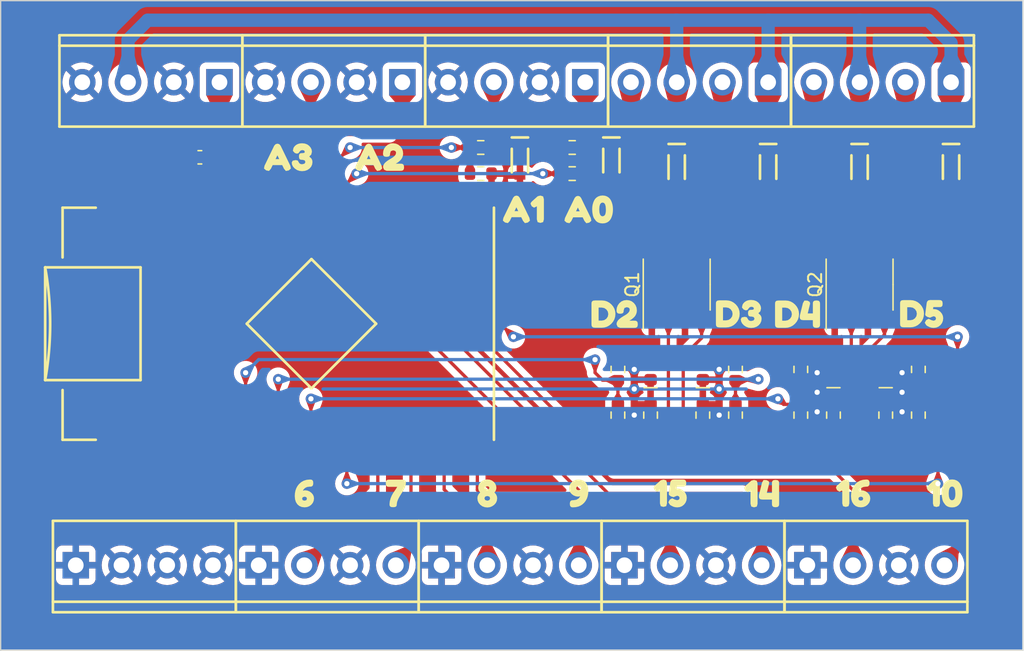
<source format=kicad_pcb>
(kicad_pcb (version 20221018) (generator pcbnew)
  (layers (0 "F.Cu" signal) (31 "B.Cu" signal) (34 "B.Paste" user) (35 "F.Paste" user) (36 "B.SilkS" user "B.Silkscreen") (37 "F.SilkS" user "F.Silkscreen") (38 "B.Mask" user) (39 "F.Mask" user) (44 "Edge.Cuts" user))
  (net 0 "")
  (net 1 "Net-(D5-A)")
  (net 2 "5V")
  (net 3 "GND")
  (net 8 "Net-(Q1A-G)")
  (net 9 "Net-(Q1B-G)")
  (net 10 "Net-(Q2A-G)")
  (net 11 "Net-(Q2B-G)")
  (net 12 "Net-(D8-A)")
  (net 13 "Net-(D9-A)")
  (net 14 "Net-(D10-A)")
  (net 15 "FET2B")
  (net 16 "FET3B")
  (net 17 "FET4B")
  (net 18 "FET5B")
  (net 19 "A0IN")
  (net 20 "A1IN")
  (net 21 "D7")
  (net 22 "D6")
  (net 23 "D9")
  (net 24 "D8")
  (net 25 "D16")
  (net 26 "D10")
  (net 27 "A2")
  (net 28 "A3")
  (net 29 "D14")
  (net 30 "D15")
  (net 31 "D2")
  (net 32 "A0")
  (net 33 "D3")
  (net 34 "D4")
  (net 35 "D5")
  (net 36 "A1")
  (net 37 "12V")
  (footprint "kibuzzard-65A2DFDA" (layer "F.Cu") (at 139 115)
    (fp_text reference "kibuzzard-65A2DFDA" hide)
    (fp_text value "G***" hide)
  )
  (footprint "SparkFun-Board:P" (layer "F.Cu") (at 95 102 90)
    (fp_text reference "U1")
    (fp_text value "~")
    (pad "1" smd roundrect (at -8.89 -12.7 90) (size 2.54 1.27) (layers "F.Cu" "F.Paste" "F.Mask") (roundrect_rratio 0.5))
    (pad "2" smd roundrect (at -8.89 -10.16 90) (size 2.54 1.27) (layers "F.Cu" "F.Paste" "F.Mask") (roundrect_rratio 0.5))
    (pad "3" smd roundrect (at -8.89 -7.62 90) (size 2.54 1.27) (layers "F.Cu" "F.Paste" "F.Mask") (roundrect_rratio 0.5) (net 3 "GND"))
    (pad "4" smd roundrect (at -8.89 -5.08 90) (size 2.54 1.27) (layers "F.Cu" "F.Paste" "F.Mask") (roundrect_rratio 0.5) (net 3 "GND"))
    (pad "5" smd roundrect (at -8.89 -2.54 90) (size 2.54 1.27) (layers "F.Cu" "F.Paste" "F.Mask") (roundrect_rratio 0.5) (net 31 "D2"))
    (pad "6" smd roundrect (at -8.89 0 90) (size 2.54 1.27) (layers "F.Cu" "F.Paste" "F.Mask") (roundrect_rratio 0.5) (net 33 "D3"))
    (pad "7" smd roundrect (at -8.89 2.54 90) (size 2.54 1.27) (layers "F.Cu" "F.Paste" "F.Mask") (roundrect_rratio 0.5) (net 34 "D4"))
    (pad "8" smd roundrect (at -8.89 5.08 90) (size 2.54 1.27) (layers "F.Cu" "F.Paste" "F.Mask") (roundrect_rratio 0.5) (net 35 "D5"))
    (pad "9" smd roundrect (at -8.89 7.62 90) (size 2.54 1.27) (layers "F.Cu" "F.Paste" "F.Mask") (roundrect_rratio 0.5) (net 22 "D6"))
    (pad "10" smd roundrect (at -8.89 10.16 90) (size 2.54 1.27) (layers "F.Cu" "F.Paste" "F.Mask") (roundrect_rratio 0.5) (net 21 "D7"))
    (pad "11" smd roundrect (at -8.89 12.7 90) (size 2.54 1.27) (layers "F.Cu" "F.Paste" "F.Mask") (roundrect_rratio 0.5) (net 24 "D8"))
    (pad "12" smd roundrect (at -8.89 15.24 90) (size 2.54 1.27) (layers "F.Cu" "F.Paste" "F.Mask") (roundrect_rratio 0.5) (net 23 "D9"))
    (pad "13" smd roundrect (at 8.89 15.24 90) (size 2.54 1.27) (layers "F.Cu" "F.Paste" "F.Mask") (roundrect_rratio 0.5) (net 26 "D10"))
    (pad "14" smd roundrect (at 8.89 12.7 90) (size 2.54 1.27) (layers "F.Cu" "F.Paste" "F.Mask") (roundrect_rratio 0.5) (net 25 "D16"))
    (pad "15" smd roundrect (at 8.89 10.16 90) (size 2.54 1.27) (layers "F.Cu" "F.Paste" "F.Mask") (roundrect_rratio 0.5) (net 29 "D14"))
    (pad "16" smd roundrect (at 8.89 7.62 90) (size 2.54 1.27) (layers "F.Cu" "F.Paste" "F.Mask") (roundrect_rratio 0.5) (net 30 "D15"))
    (pad "17" smd roundrect (at 8.89 5.08 90) (size 2.54 1.27) (layers "F.Cu" "F.Paste" "F.Mask") (roundrect_rratio 0.5) (net 32 "A0"))
    (pad "18" smd roundrect (at 8.89 2.54 90) (size 2.54 1.27) (layers "F.Cu" "F.Paste" "F.Mask") (roundrect_rratio 0.5) (net 36 "A1"))
    (pad "19" smd roundrect (at 8.89 0 90) (size 2.54 1.27) (layers "F.Cu" "F.Paste" "F.Mask") (roundrect_rratio 0.5) (net 27 "A2"))
    (pad "20" smd roundrect (at 8.89 -2.54 90) (size 2.54 1.27) (layers "F.Cu" "F.Paste" "F.Mask") (roundrect_rratio 0.5) (net 28 "A3"))
    (pad "21" smd roundrect (at 8.89 -5.08 90) (size 2.54 1.27) (layers "F.Cu" "F.Paste" "F.Mask") (roundrect_rratio 0.5) (net 2 "5V"))
    (pad "22" smd roundrect (at 8.89 -7.62 90) (size 2.54 1.27) (layers "F.Cu" "F.Paste" "F.Mask") (roundrect_rratio 0.5))
    (pad "23" smd roundrect (at 8.89 -10.16 90) (size 2.54 1.27) (layers "F.Cu" "F.Paste" "F.Mask") (roundrect_rratio 0.5) (net 3 "GND"))
    (pad "24" smd roundrect (at 8.89 -12.7 90) (size 2.54 1.27) (layers "F.Cu" "F.Paste" "F.Mask") (roundrect_rratio 0.5))
  )
  (footprint "SparkFun-Resistor:R_0603_1608Metric" (layer "F.Cu") (at 121 109 -90)
    (fp_text reference "R1")
    (fp_text value "10k")
    (pad "1" smd roundrect (at -0.825 0 270) (size 0.8 0.95) (layers "F.Cu" "F.Paste" "F.Mask") (net 31 "D2"))
    (pad "2" smd roundrect (at 0.825 0 270) (size 0.8 0.95) (layers "F.Cu" "F.Paste" "F.Mask") (net 8 "Net-(Q1A-G)"))
  )
  (footprint "SparkFun-Resistor:R_0603_1608Metric" (layer "F.Cu") (at 135 109 -90)
    (fp_text reference "R6")
    (fp_text value "10k")
    (pad "1" smd roundrect (at -0.825 0 270) (size 0.8 0.95) (layers "F.Cu" "F.Paste" "F.Mask") (net 34 "D4"))
    (pad "2" smd roundrect (at 0.825 0 270) (size 0.8 0.95) (layers "F.Cu" "F.Paste" "F.Mask") (net 10 "Net-(Q2A-G)"))
  )
  (footprint "kibuzzard-65A2DF9C" (layer "F.Cu") (at 97 115)
    (fp_text reference "kibuzzard-65A2DF9C" hide)
    (fp_text value "G***" hide)
  )
  (footprint "SparkFun-Connector:SCREWTERMINAL-3.5MM-4" (layer "F.Cu") (at 146.5 83.5 180)
    (fp_text reference "J3")
    (fp_text value "Screw_Terminal_3.5mm_4")
    (pad "1" thru_hole rect (at 0 0 180) (size 2.032 2.032) (drill 1.2) (layers "*.Cu" "*.Mask") (net 37 "12V"))
    (pad "2" thru_hole circle (at 3.5 0 180) (size 2.032 2.032) (drill 1.2) (layers "*.Cu" "*.Mask") (net 18 "FET5B"))
    (pad "3" thru_hole circle (at 7 0 180) (size 2.032 2.032) (drill 1.2) (layers "*.Cu" "*.Mask") (net 37 "12V"))
    (pad "4" thru_hole circle (at 10.5 0 180) (size 2.032 2.032) (drill 1.2) (layers "*.Cu" "*.Mask") (net 17 "FET4B"))
  )
  (footprint "kibuzzard-65A2DF03" (layer "F.Cu") (at 134.75 101.25)
    (fp_text reference "kibuzzard-65A2DF03" hide)
    (fp_text value "G***" hide)
  )
  (footprint "SparkFun-Connector:SCREWTERMINAL-3.5MM-4" (layer "F.Cu") (at 107.5 120.5)
    (fp_text reference "J7")
    (fp_text value "Screw_Terminal_3.5mm_4")
    (pad "1" thru_hole rect (at 0 0) (size 2.032 2.032) (drill 1.2) (layers "*.Cu" "*.Mask") (net 3 "GND"))
    (pad "2" thru_hole circle (at 3.5 0) (size 2.032 2.032) (drill 1.2) (layers "*.Cu" "*.Mask") (net 24 "D8"))
    (pad "3" thru_hole circle (at 7 0) (size 2.032 2.032) (drill 1.2) (layers "*.Cu" "*.Mask") (net 3 "GND"))
    (pad "4" thru_hole circle (at 10.5 0) (size 2.032 2.032) (drill 1.2) (layers "*.Cu" "*.Mask") (net 23 "D9"))
  )
  (footprint "Package_SO:SOIC-8_3.9x4.9mm_P1.27mm" (layer "F.Cu") (at 139.5 99 90)
    (fp_text reference "Q2" (at 0 -3.4 90) (layer "F.SilkS"))
    (fp_text value "Si4532DY")
    (pad "1" smd roundrect (at -2.475 -1.905 90) (size 1.95 0.6) (layers "F.Cu" "F.Paste" "F.Mask") (net 3 "GND"))
    (pad "2" smd roundrect (at -2.475 -0.635 90) (size 1.95 0.6) (layers "F.Cu" "F.Paste" "F.Mask") (net 10 "Net-(Q2A-G)"))
    (pad "3" smd roundrect (at -2.475 0.635 90) (size 1.95 0.6) (layers "F.Cu" "F.Paste" "F.Mask") (net 3 "GND"))
    (pad "4" smd roundrect (at -2.475 1.905 90) (size 1.95 0.6) (layers "F.Cu" "F.Paste" "F.Mask") (net 11 "Net-(Q2B-G)"))
    (pad "5" smd roundrect (at 2.475 1.905 90) (size 1.95 0.6) (layers "F.Cu" "F.Paste" "F.Mask") (net 18 "FET5B"))
    (pad "6" smd roundrect (at 2.475 0.635 90) (size 1.95 0.6) (layers "F.Cu" "F.Paste" "F.Mask") (net 18 "FET5B"))
    (pad "7" smd roundrect (at 2.475 -0.635 90) (size 1.95 0.6) (layers "F.Cu" "F.Paste" "F.Mask") (net 17 "FET4B"))
    (pad "8" smd roundrect (at 2.475 -1.905 90) (size 1.95 0.6) (layers "F.Cu" "F.Paste" "F.Mask") (net 17 "FET4B"))
  )
  (footprint "SparkFun-Connector:SCREWTERMINAL-3.5MM-4" (layer "F.Cu") (at 132.5 83.5 180)
    (fp_text reference "J2")
    (fp_text value "Screw_Terminal_3.5mm_4")
    (pad "1" thru_hole rect (at 0 0 180) (size 2.032 2.032) (drill 1.2) (layers "*.Cu" "*.Mask") (net 37 "12V"))
    (pad "2" thru_hole circle (at 3.5 0 180) (size 2.032 2.032) (drill 1.2) (layers "*.Cu" "*.Mask") (net 16 "FET3B"))
    (pad "3" thru_hole circle (at 7 0 180) (size 2.032 2.032) (drill 1.2) (layers "*.Cu" "*.Mask") (net 37 "12V"))
    (pad "4" thru_hole circle (at 10.5 0 180) (size 2.032 2.032) (drill 1.2) (layers "*.Cu" "*.Mask") (net 15 "FET2B"))
  )
  (footprint "SparkFun-Resistor:R_0603_1608Metric" (layer "F.Cu") (at 141.5 109 90)
    (fp_text reference "R9")
    (fp_text value "1M")
    (pad "1" smd roundrect (at -0.825 0 90) (size 0.8 0.95) (layers "F.Cu" "F.Paste" "F.Mask") (net 11 "Net-(Q2B-G)"))
    (pad "2" smd roundrect (at 0.825 0 90) (size 0.8 0.95) (layers "F.Cu" "F.Paste" "F.Mask") (net 3 "GND"))
  )
  (footprint "SparkFun-LED:LED_0603_1608Metric" (layer "F.Cu") (at 123.5 105.5 90)
    (fp_text reference "D10")
    (fp_text value "Red")
    (pad "1" smd roundrect (at -0.7875 0 90) (size 0.875 0.95) (layers "F.Cu" "F.Paste" "F.Mask") (net 3 "GND"))
    (pad "2" smd roundrect (at 0.7875 0 90) (size 0.875 0.95) (layers "F.Cu" "F.Paste" "F.Mask") (net 14 "Net-(D10-A)"))
  )
  (footprint "SparkFun-Capacitor:C_0603_1608Metric" (layer "F.Cu") (at 89 89.25 180)
    (fp_text reference "C1")
    (fp_text value "0.1uF")
    (pad "1" smd roundrect (at -0.775 0 180) (size 0.9 0.95) (layers "F.Cu" "F.Paste" "F.Mask") (net 2 "5V"))
    (pad "2" smd roundrect (at 0.775 0 180) (size 0.9 0.95) (layers "F.Cu" "F.Paste" "F.Mask") (net 3 "GND"))
  )
  (footprint "SparkFun-Connector:SCREWTERMINAL-3.5MM-4" (layer "F.Cu") (at 104.5 83.5 180)
    (fp_text reference "J9")
    (fp_text value "Screw_Terminal_3.5mm_4")
    (pad "1" thru_hole rect (at 0 0 180) (size 2.032 2.032) (drill 1.2) (layers "*.Cu" "*.Mask") (net 27 "A2"))
    (pad "2" thru_hole circle (at 3.5 0 180) (size 2.032 2.032) (drill 1.2) (layers "*.Cu" "*.Mask") (net 3 "GND"))
    (pad "3" thru_hole circle (at 7 0 180) (size 2.032 2.032) (drill 1.2) (layers "*.Cu" "*.Mask") (net 28 "A3"))
    (pad "4" thru_hole circle (at 10.5 0 180) (size 2.032 2.032) (drill 1.2) (layers "*.Cu" "*.Mask") (net 3 "GND"))
  )
  (footprint "SparkFun-Resistor:R_0603_1608Metric" (layer "F.Cu") (at 137.5 109 90)
    (fp_text reference "R7")
    (fp_text value "1M")
    (pad "1" smd roundrect (at -0.825 0 90) (size 0.8 0.95) (layers "F.Cu" "F.Paste" "F.Mask") (net 10 "Net-(Q2A-G)"))
    (pad "2" smd roundrect (at 0.825 0 90) (size 0.8 0.95) (layers "F.Cu" "F.Paste" "F.Mask") (net 3 "GND"))
  )
  (footprint "SparkFun-Semiconductor-Standard:SOD-323" (layer "F.Cu") (at 146.5 90 -90)
    (fp_text reference "D4")
    (fp_text value "~")
    (pad "A" smd rect (at 1.15 0 270) (size 0.63 0.83) (layers "F.Cu" "F.Paste" "F.Mask") (net 18 "FET5B"))
    (pad "C" smd rect (at -1.15 0 270) (size 0.63 0.83) (layers "F.Cu" "F.Paste" "F.Mask") (net 37 "12V"))
  )
  (footprint "SparkFun-Connector:SCREWTERMINAL-3.5MM-4" (layer "F.Cu") (at 118.5 83.5 180)
    (fp_text reference "J4")
    (fp_text value "Screw_Terminal_3.5mm_4")
    (pad "1" thru_hole rect (at 0 0 180) (size 2.032 2.032) (drill 1.2) (layers "*.Cu" "*.Mask") (net 19 "A0IN"))
    (pad "2" thru_hole circle (at 3.5 0 180) (size 2.032 2.032) (drill 1.2) (layers "*.Cu" "*.Mask") (net 3 "GND"))
    (pad "3" thru_hole circle (at 7 0 180) (size 2.032 2.032) (drill 1.2) (layers "*.Cu" "*.Mask") (net 20 "A1IN"))
    (pad "4" thru_hole circle (at 10.5 0 180) (size 2.032 2.032) (drill 1.2) (layers "*.Cu" "*.Mask") (net 3 "GND"))
  )
  (footprint "SparkFun-Resistor:R_0603_1608Metric" (layer "F.Cu") (at 117.5 88.5 180)
    (fp_text reference "R2")
    (fp_text value "10k")
    (pad "1" smd roundrect (at -0.825 0 180) (size 0.8 0.95) (layers "F.Cu" "F.Paste" "F.Mask") (net 19 "A0IN"))
    (pad "2" smd roundrect (at 0.825 0 180) (size 0.8 0.95) (layers "F.Cu" "F.Paste" "F.Mask") (net 32 "A0"))
  )
  (footprint "kibuzzard-65A2DFE3" (layer "F.Cu") (at 146 115)
    (fp_text reference "kibuzzard-65A2DFE3" hide)
    (fp_text value "G***" hide)
  )
  (footprint "SparkFun-Connector:SCREWTERMINAL-3.5MM-4" (layer "F.Cu") (at 79.5 120.5)
    (fp_text reference "J5")
    (fp_text value "Screw_Terminal_3.5mm_4")
    (pad "1" thru_hole rect (at 0 0) (size 2.032 2.032) (drill 1.2) (layers "*.Cu" "*.Mask") (net 3 "GND"))
    (pad "2" thru_hole circle (at 3.5 0) (size 2.032 2.032) (drill 1.2) (layers "*.Cu" "*.Mask") (net 3 "GND"))
    (pad "3" thru_hole circle (at 7 0) (size 2.032 2.032) (drill 1.2) (layers "*.Cu" "*.Mask") (net 3 "GND"))
    (pad "4" thru_hole circle (at 10.5 0) (size 2.032 2.032) (drill 1.2) (layers "*.Cu" "*.Mask") (net 3 "GND"))
  )
  (footprint "SparkFun-LED:LED_0603_1608Metric" (layer "F.Cu") (at 141.5 105.5 90)
    (fp_text reference "D8")
    (fp_text value "Red")
    (pad "1" smd roundrect (at -0.7875 0 90) (size 0.875 0.95) (layers "F.Cu" "F.Paste" "F.Mask") (net 3 "GND"))
    (pad "2" smd roundrect (at 0.7875 0 90) (size 0.875 0.95) (layers "F.Cu" "F.Paste" "F.Mask") (net 12 "Net-(D8-A)"))
  )
  (footprint "kibuzzard-65A2DFD0" (layer "F.Cu") (at 132 115)
    (fp_text reference "kibuzzard-65A2DFD0" hide)
    (fp_text value "G***" hide)
  )
  (footprint "SparkFun-Resistor:R_0603_1608Metric" (layer "F.Cu") (at 121 105.5 -90)
    (fp_text reference "R16")
    (fp_text value "10k")
    (pad "1" smd roundrect (at -0.825 0 270) (size 0.8 0.95) (layers "F.Cu" "F.Paste" "F.Mask") (net 14 "Net-(D10-A)"))
    (pad "2" smd roundrect (at 0.825 0 270) (size 0.8 0.95) (layers "F.Cu" "F.Paste" "F.Mask") (net 31 "D2"))
  )
  (footprint "SparkFun-Connector:SCREWTERMINAL-3.5MM-4" (layer "F.Cu") (at 90.5 83.5 180)
    (fp_text reference "J1")
    (fp_text value "Screw_Terminal_3.5mm_4")
    (pad "1" thru_hole rect (at 0 0 180) (size 2.032 2.032) (drill 1.2) (layers "*.Cu" "*.Mask") (net 2 "5V"))
    (pad "2" thru_hole circle (at 3.5 0 180) (size 2.032 2.032) (drill 1.2) (layers "*.Cu" "*.Mask") (net 3 "GND"))
    (pad "3" thru_hole circle (at 7 0 180) (size 2.032 2.032) (drill 1.2) (layers "*.Cu" "*.Mask") (net 37 "12V"))
    (pad "4" thru_hole circle (at 10.5 0 180) (size 2.032 2.032) (drill 1.2) (layers "*.Cu" "*.Mask") (net 3 "GND"))
  )
  (footprint "SparkFun-Resistor:R_0603_1608Metric" (layer "F.Cu") (at 110.5 88.5)
    (fp_text reference "R11")
    (fp_text value "10k")
    (pad "1" smd roundrect (at -0.825 0) (size 0.8 0.95) (layers "F.Cu" "F.Paste" "F.Mask") (net 36 "A1"))
    (pad "2" smd roundrect (at 0.825 0) (size 0.8 0.95) (layers "F.Cu" "F.Paste" "F.Mask") (net 20 "A1IN"))
  )
  (footprint "SparkFun-Semiconductor-Standard:SOD-323" (layer "F.Cu") (at 125.5 90 -90)
    (fp_text reference "D1")
    (fp_text value "~")
    (pad "A" smd rect (at 1.15 0 270) (size 0.63 0.83) (layers "F.Cu" "F.Paste" "F.Mask") (net 15 "FET2B"))
    (pad "C" smd rect (at -1.15 0 270) (size 0.63 0.83) (layers "F.Cu" "F.Paste" "F.Mask") (net 37 "12V"))
  )
  (footprint "SparkFun-Resistor:R_0603_1608Metric" (layer "F.Cu") (at 135 105.5 -90)
    (fp_text reference "R15")
    (fp_text value "10k")
    (pad "1" smd roundrect (at -0.825 0 270) (size 0.8 0.95) (layers "F.Cu" "F.Paste" "F.Mask") (net 13 "Net-(D9-A)"))
    (pad "2" smd roundrect (at 0.825 0 270) (size 0.8 0.95) (layers "F.Cu" "F.Paste" "F.Mask") (net 34 "D4"))
  )
  (footprint "kibuzzard-65A2DF5D" (layer "F.Cu") (at 118.75 93.25)
    (fp_text reference "kibuzzard-65A2DF5D" hide)
    (fp_text value "G***" hide)
  )
  (footprint "kibuzzard-65A2DEE2" (layer "F.Cu") (at 120.75 101.25)
    (fp_text reference "kibuzzard-65A2DEE2" hide)
    (fp_text value "G***" hide)
  )
  (footprint "kibuzzard-65A2DF0B" (layer "F.Cu") (at 144.25 101.25)
    (fp_text reference "kibuzzard-65A2DF0B" hide)
    (fp_text value "G***" hide)
  )
  (footprint "SparkFun-Resistor:R_0603_1608Metric" (layer "F.Cu") (at 117.5 90.5 180)
    (fp_text reference "R10")
    (fp_text value "10k")
    (pad "1" smd roundrect (at -0.825 0 180) (size 0.8 0.95) (layers "F.Cu" "F.Paste" "F.Mask") (net 3 "GND"))
    (pad "2" smd roundrect (at 0.825 0 180) (size 0.8 0.95) (layers "F.Cu" "F.Paste" "F.Mask") (net 32 "A0"))
  )
  (footprint "SparkFun-Connector:SCREWTERMINAL-3.5MM-4" (layer "F.Cu") (at 121.5 120.5)
    (fp_text reference "J10")
    (fp_text value "Screw_Terminal_3.5mm_4")
    (pad "1" thru_hole rect (at 0 0) (size 2.032 2.032) (drill 1.2) (layers "*.Cu" "*.Mask") (net 3 "GND"))
    (pad "2" thru_hole circle (at 3.5 0) (size 2.032 2.032) (drill 1.2) (layers "*.Cu" "*.Mask") (net 30 "D15"))
    (pad "3" thru_hole circle (at 7 0) (size 2.032 2.032) (drill 1.2) (layers "*.Cu" "*.Mask") (net 3 "GND"))
    (pad "4" thru_hole circle (at 10.5 0) (size 2.032 2.032) (drill 1.2) (layers "*.Cu" "*.Mask") (net 29 "D14"))
  )
  (footprint "kibuzzard-65A2DFAB" (layer "F.Cu") (at 104 115)
    (fp_text reference "kibuzzard-65A2DFAB" hide)
    (fp_text value "G***" hide)
  )
  (footprint "SparkFun-Resistor:R_0603_1608Metric" (layer "F.Cu") (at 144 109 -90)
    (fp_text reference "R8")
    (fp_text value "10k")
    (pad "1" smd roundrect (at -0.825 0 270) (size 0.8 0.95) (layers "F.Cu" "F.Paste" "F.Mask") (net 35 "D5"))
    (pad "2" smd roundrect (at 0.825 0 270) (size 0.8 0.95) (layers "F.Cu" "F.Paste" "F.Mask") (net 11 "Net-(Q2B-G)"))
  )
  (footprint "SparkFun-Resistor:R_0603_1608Metric" (layer "F.Cu") (at 110.5 90.5 180)
    (fp_text reference "R12")
    (fp_text value "10k")
    (pad "1" smd roundrect (at -0.825 0 180) (size 0.8 0.95) (layers "F.Cu" "F.Paste" "F.Mask") (net 3 "GND"))
    (pad "2" smd roundrect (at 0.825 0 180) (size 0.8 0.95) (layers "F.Cu" "F.Paste" "F.Mask") (net 36 "A1"))
  )
  (footprint "kibuzzard-65A2DFB3" (layer "F.Cu") (at 111 115)
    (fp_text reference "kibuzzard-65A2DFB3" hide)
    (fp_text value "G***" hide)
  )
  (footprint "SparkFun-Semiconductor-Standard:SOD-323" (layer "F.Cu") (at 113.5 89.5 -90)
    (fp_text reference "D7")
    (fp_text value "3A")
    (pad "A" smd rect (at 1.15 0 270) (size 0.63 0.83) (layers "F.Cu" "F.Paste" "F.Mask") (net 3 "GND"))
    (pad "C" smd rect (at -1.15 0 270) (size 0.63 0.83) (layers "F.Cu" "F.Paste" "F.Mask") (net 20 "A1IN"))
  )
  (footprint "kibuzzard-65A2DED7" (layer "F.Cu") (at 130.25 101.25)
    (fp_text reference "kibuzzard-65A2DED7" hide)
    (fp_text value "G***" hide)
  )
  (footprint "kibuzzard-65A2DF36" (layer "F.Cu") (at 95.75 89.25)
    (fp_text reference "kibuzzard-65A2DF36" hide)
    (fp_text value "G***" hide)
  )
  (footprint "SparkFun-Resistor:R_0603_1608Metric" (layer "F.Cu") (at 127.5 109 90)
    (fp_text reference "R5")
    (fp_text value "1M")
    (pad "1" smd roundrect (at -0.825 0 90) (size 0.8 0.95) (layers "F.Cu" "F.Paste" "F.Mask") (net 9 "Net-(Q1B-G)"))
    (pad "2" smd roundrect (at 0.825 0 90) (size 0.8 0.95) (layers "F.Cu" "F.Paste" "F.Mask") (net 3 "GND"))
  )
  (footprint "SparkFun-Connector:SCREWTERMINAL-3.5MM-4" (layer "F.Cu") (at 135.5 120.5)
    (fp_text reference "J8")
    (fp_text value "Screw_Terminal_3.5mm_4")
    (pad "1" thru_hole rect (at 0 0) (size 2.032 2.032) (drill 1.2) (layers "*.Cu" "*.Mask") (net 3 "GND"))
    (pad "2" thru_hole circle (at 3.5 0) (size 2.032 2.032) (drill 1.2) (layers "*.Cu" "*.Mask") (net 25 "D16"))
    (pad "3" thru_hole circle (at 7 0) (size 2.032 2.032) (drill 1.2) (layers "*.Cu" "*.Mask") (net 3 "GND"))
    (pad "4" thru_hole circle (at 10.5 0) (size 2.032 2.032) (drill 1.2) (layers "*.Cu" "*.Mask") (net 26 "D10"))
  )
  (footprint "Package_SO:SOIC-8_3.9x4.9mm_P1.27mm" (layer "F.Cu") (at 125.5 99 90)
    (fp_text reference "Q1" (at 0 -3.4 90) (layer "F.SilkS"))
    (fp_text value "Si4532DY")
    (pad "1" smd roundrect (at -2.475 -1.905 90) (size 1.95 0.6) (layers "F.Cu" "F.Paste" "F.Mask") (net 3 "GND"))
    (pad "2" smd roundrect (at -2.475 -0.635 90) (size 1.95 0.6) (layers "F.Cu" "F.Paste" "F.Mask") (net 8 "Net-(Q1A-G)"))
    (pad "3" smd roundrect (at -2.475 0.635 90) (size 1.95 0.6) (layers "F.Cu" "F.Paste" "F.Mask") (net 3 "GND"))
    (pad "4" smd roundrect (at -2.475 1.905 90) (size 1.95 0.6) (layers "F.Cu" "F.Paste" "F.Mask") (net 9 "Net-(Q1B-G)"))
    (pad "5" smd roundrect (at 2.475 1.905 90) (size 1.95 0.6) (layers "F.Cu" "F.Paste" "F.Mask") (net 16 "FET3B"))
    (pad "6" smd roundrect (at 2.475 0.635 90) (size 1.95 0.6) (layers "F.Cu" "F.Paste" "F.Mask") (net 16 "FET3B"))
    (pad "7" smd roundrect (at 2.475 -0.635 90) (size 1.95 0.6) (layers "F.Cu" "F.Paste" "F.Mask") (net 15 "FET2B"))
    (pad "8" smd roundrect (at 2.475 -1.905 90) (size 1.95 0.6) (layers "F.Cu" "F.Paste" "F.Mask") (net 15 "FET2B"))
  )
  (footprint "SparkFun-Connector:SCREWTERMINAL-3.5MM-4" (layer "F.Cu") (at 93.5 120.5)
    (fp_text reference "J6")
    (fp_text value "Screw_Terminal_3.5mm_4")
    (pad "1" thru_hole rect (at 0 0) (size 2.032 2.032) (drill 1.2) (layers "*.Cu" "*.Mask") (net 3 "GND"))
    (pad "2" thru_hole circle (at 3.5 0) (size 2.032 2.032) (drill 1.2) (layers "*.Cu" "*.Mask") (net 22 "D6"))
    (pad "3" thru_hole circle (at 7 0) (size 2.032 2.032) (drill 1.2) (layers "*.Cu" "*.Mask") (net 3 "GND"))
    (pad "4" thru_hole circle (at 10.5 0) (size 2.032 2.032) (drill 1.2) (layers "*.Cu" "*.Mask") (net 21 "D7"))
  )
  (footprint "SparkFun-LED:LED_0603_1608Metric" (layer "F.Cu") (at 127.5 105.5 90)
    (fp_text reference "D5")
    (fp_text value "Red")
    (pad "1" smd roundrect (at -0.7875 0 90) (size 0.875 0.95) (layers "F.Cu" "F.Paste" "F.Mask") (net 3 "GND"))
    (pad "2" smd roundrect (at 0.7875 0 90) (size 0.875 0.95) (layers "F.Cu" "F.Paste" "F.Mask") (net 1 "Net-(D5-A)"))
  )
  (footprint "SparkFun-LED:LED_0603_1608Metric" (layer "F.Cu") (at 137.5 105.5 90)
    (fp_text reference "D9")
    (fp_text value "Red")
    (pad "1" smd roundrect (at -0.7875 0 90) (size 0.875 0.95) (layers "F.Cu" "F.Paste" "F.Mask") (net 3 "GND"))
    (pad "2" smd roundrect (at 0.7875 0 90) (size 0.875 0.95) (layers "F.Cu" "F.Paste" "F.Mask") (net 13 "Net-(D9-A)"))
  )
  (footprint "kibuzzard-65A2DF6F" (layer "F.Cu") (at 113.75 93.25)
    (fp_text reference "kibuzzard-65A2DF6F" hide)
    (fp_text value "G***" hide)
  )
  (footprint "SparkFun-Semiconductor-Standard:SOD-323" (layer "F.Cu") (at 120.5 89.5 -90)
    (fp_text reference "D6")
    (fp_text value "3A")
    (pad "A" smd rect (at 1.15 0 270) (size 0.63 0.83) (layers "F.Cu" "F.Paste" "F.Mask") (net 3 "GND"))
    (pad "C" smd rect (at -1.15 0 270) (size 0.63 0.83) (layers "F.Cu" "F.Paste" "F.Mask") (net 19 "A0IN"))
  )
  (footprint "SparkFun-Semiconductor-Standard:SOD-323" (layer "F.Cu") (at 132.5 90 -90)
    (fp_text reference "D2")
    (fp_text value "~")
    (pad "A" smd rect (at 1.15 0 270) (size 0.63 0.83) (layers "F.Cu" "F.Paste" "F.Mask") (net 16 "FET3B"))
    (pad "C" smd rect (at -1.15 0 270) (size 0.63 0.83) (layers "F.Cu" "F.Paste" "F.Mask") (net 37 "12V"))
  )
  (footprint "SparkFun-Resistor:R_0603_1608Metric" (layer "F.Cu") (at 123.5 109 90)
    (fp_text reference "R3")
    (fp_text value "1M")
    (pad "1" smd roundrect (at -0.825 0 90) (size 0.8 0.95) (layers "F.Cu" "F.Paste" "F.Mask") (net 8 "Net-(Q1A-G)"))
    (pad "2" smd roundrect (at 0.825 0 90) (size 0.8 0.95) (layers "F.Cu" "F.Paste" "F.Mask") (net 3 "GND"))
  )
  (footprint "kibuzzard-65A2DFC2" (layer "F.Cu") (at 125 115)
    (fp_text reference "kibuzzard-65A2DFC2" hide)
    (fp_text value "G***" hide)
  )
  (footprint "SparkFun-Semiconductor-Standard:SOD-323" (layer "F.Cu") (at 139.5 90 -90)
    (fp_text reference "D3")
    (fp_text value "~")
    (pad "A" smd rect (at 1.15 0 270) (size 0.63 0.83) (layers "F.Cu" "F.Paste" "F.Mask") (net 17 "FET4B"))
    (pad "C" smd rect (at -1.15 0 270) (size 0.63 0.83) (layers "F.Cu" "F.Paste" "F.Mask") (net 37 "12V"))
  )
  (footprint "SparkFun-Resistor:R_0603_1608Metric" (layer "F.Cu") (at 144 105.5 -90)
    (fp_text reference "R14")
    (fp_text value "10k")
    (pad "1" smd roundrect (at -0.825 0 270) (size 0.8 0.95) (layers "F.Cu" "F.Paste" "F.Mask") (net 12 "Net-(D8-A)"))
    (pad "2" smd roundrect (at 0.825 0 270) (size 0.8 0.95) (layers "F.Cu" "F.Paste" "F.Mask") (net 35 "D5"))
  )
  (footprint "SparkFun-Resistor:R_0603_1608Metric" (layer "F.Cu") (at 130 105.5 -90)
    (fp_text reference "R13")
    (fp_text value "10k")
    (pad "1" smd roundrect (at -0.825 0 270) (size 0.8 0.95) (layers "F.Cu" "F.Paste" "F.Mask") (net 1 "Net-(D5-A)"))
    (pad "2" smd roundrect (at 0.825 0 270) (size 0.8 0.95) (layers "F.Cu" "F.Paste" "F.Mask") (net 33 "D3"))
  )
  (footprint "SparkFun-Resistor:R_0603_1608Metric" (layer "F.Cu") (at 130 109 -90)
    (fp_text reference "R4")
    (fp_text value "10k")
    (pad "1" smd roundrect (at -0.825 0 270) (size 0.8 0.95) (layers "F.Cu" "F.Paste" "F.Mask") (net 33 "D3"))
    (pad "2" smd roundrect (at 0.825 0 270) (size 0.8 0.95) (layers "F.Cu" "F.Paste" "F.Mask") (net 9 "Net-(Q1B-G)"))
  )
  (footprint "kibuzzard-65A2DF4A" (layer "F.Cu") (at 102.75 89.25)
    (fp_text reference "kibuzzard-65A2DF4A" hide)
    (fp_text value "G***" hide)
  )
  (footprint "kibuzzard-65A2DFBB" (layer "F.Cu") (at 118 115)
    (fp_text reference "kibuzzard-65A2DFBB" hide)
    (fp_text value "G***" hide)
  )
  (gr_line (start 73.75 127.034) (end 73.75 77.25) (stroke (width 0.1)) (layer "Edge.Cuts"))
  (gr_line (start 152 77.25) (end 152 127.034) (stroke (width 0.1)) (layer "Edge.Cuts"))
  (gr_line (start 73.75 77.25) (end 152 77.25) (stroke (width 0.1)) (layer "Edge.Cuts"))
  (gr_line (start 152 127) (end 73.75 127) (stroke (width 0.1)) (layer "Edge.Cuts"))
  (segment (start 127.5375 104.675) (end 127.5 104.7125) (width 0.25) (layer "F.Cu") (net 1))
  (segment (start 130 104.675) (end 127.5375 104.675) (width 0.25) (layer "F.Cu") (net 1))
  (segment (start 90.5 88.5) (end 90.5 83.5) (width 1.016) (layer "F.Cu") (net 2))
  (segment (start 89.92 89.08) (end 90.5 88.5) (width 1.016) (layer "F.Cu") (net 2))
  (segment (start 89.92 93.11) (end 89.92 89.08) (width 1.016) (layer "F.Cu") (net 2))
  (via (at 142.75 105.75) (size 0.8) (drill 0.4) (layers "F.Cu" "B.Cu") (net 3))
  (via (at 122.25 107) (size 0.8) (drill 0.4) (layers "F.Cu" "B.Cu") (net 3))
  (via (at 122.25 105.5) (size 0.8) (drill 0.4) (layers "F.Cu" "B.Cu") (net 3))
  (via (at 128.75 107) (size 0.8) (drill 0.4) (layers "F.Cu" "B.Cu") (net 3))
  (via (at 142.75 107.25) (size 0.8) (drill 0.4) (layers "F.Cu" "B.Cu") (net 3))
  (via (at 128.75 109) (size 0.8) (drill 0.4) (layers "F.Cu" "B.Cu") (net 3))
  (via (at 136.25 107.25) (size 0.8) (drill 0.4) (layers "F.Cu" "B.Cu") (net 3))
  (via (at 128.75 105.5) (size 0.8) (drill 0.4) (layers "F.Cu" "B.Cu") (net 3))
  (via (at 136.25 108.75) (size 0.8) (drill 0.4) (layers "F.Cu" "B.Cu") (net 3))
  (via (at 122.25 109) (size 0.8) (drill 0.4) (layers "F.Cu" "B.Cu") (net 3))
  (via (at 136.25 105.75) (size 0.8) (drill 0.4) (layers "F.Cu" "B.Cu") (net 3))
  (via (at 142.75 108.75) (size 0.8) (drill 0.4) (layers "F.Cu" "B.Cu") (net 3))
  (segment (start 123.575 109.75) (end 123.5 109.825) (width 0.25) (layer "F.Cu") (net 8))
  (segment (start 124.865 109.385) (end 124.865 101.475) (width 0.25) (layer "F.Cu") (net 8))
  (segment (start 124.425 109.825) (end 124.865 109.385) (width 0.25) (layer "F.Cu") (net 8))
  (segment (start 123.5 109.825) (end 124.425 109.825) (width 0.25) (layer "F.Cu") (net 8))
  (segment (start 123.5 109.825) (end 121 109.825) (width 0.25) (layer "F.Cu") (net 8))
  (segment (start 127.405 103.095) (end 127.405 101.475) (width 0.25) (layer "F.Cu") (net 9))
  (segment (start 126 109.25) (end 126 104.5) (width 0.25) (layer "F.Cu") (net 9))
  (segment (start 126.575 109.825) (end 126 109.25) (width 0.25) (layer "F.Cu") (net 9))
  (segment (start 127.425 109.75) (end 127.5 109.825) (width 0.25) (layer "F.Cu") (net 9))
  (segment (start 126 104.5) (end 127.405 103.095) (width 0.25) (layer "F.Cu") (net 9))
  (segment (start 127.5 109.825) (end 126.575 109.825) (width 0.25) (layer "F.Cu") (net 9))
  (segment (start 127.5 109.825) (end 130 109.825) (width 0.25) (layer "F.Cu") (net 9))
  (segment (start 137.575 109.75) (end 137.5 109.825) (width 0.25) (layer "F.Cu") (net 10))
  (segment (start 137.5 109.825) (end 135 109.825) (width 0.25) (layer "F.Cu") (net 10))
  (segment (start 138.865 109.385) (end 138.865 101.475) (width 0.25) (layer "F.Cu") (net 10))
  (segment (start 137.5 109.825) (end 138.425 109.825) (width 0.25) (layer "F.Cu") (net 10))
  (segment (start 138.425 109.825) (end 138.865 109.385) (width 0.25) (layer "F.Cu") (net 10))
  (segment (start 140.25 109.25) (end 140.25 104) (width 0.25) (layer "F.Cu") (net 11))
  (segment (start 141.5 109.825) (end 144 109.825) (width 0.25) (layer "F.Cu") (net 11))
  (segment (start 140.825 109.825) (end 141.5 109.825) (width 0.25) (layer "F.Cu") (net 11))
  (segment (start 141.405 102.845) (end 141.405 101.475) (width 0.25) (layer "F.Cu") (net 11))
  (segment (start 140.825 109.825) (end 140.25 109.25) (width 0.25) (layer "F.Cu") (net 11))
  (segment (start 140.25 104) (end 141.405 102.845) (width 0.25) (layer "F.Cu") (net 11))
  (segment (start 143.925 109.75) (end 144 109.825) (width 0.25) (layer "F.Cu") (net 11))
  (segment (start 141.5 104.7125) (end 143.9625 104.7125) (width 0.25) (layer "F.Cu") (net 12))
  (segment (start 144.0375 104.7125) (end 144 104.675) (width 0.25) (layer "F.Cu") (net 12))
  (segment (start 143.9625 104.7125) (end 144 104.675) (width 0.25) (layer "F.Cu") (net 12))
  (segment (start 135 104.675) (end 137.4625 104.675) (width 0.25) (layer "F.Cu") (net 13))
  (segment (start 137.4625 104.675) (end 137.5 104.7125) (width 0.25) (layer "F.Cu") (net 13))
  (segment (start 121.0375 104.7125) (end 123.5 104.7125) (width 0.25) (layer "F.Cu") (net 14))
  (segment (start 121 104.675) (end 121.0375 104.7125) (width 0.25) (layer "F.Cu") (net 14))
  (segment (start 124.865 96.525) (end 123.595 96.525) (width 1.016) (layer "F.Cu") (net 15))
  (segment (start 123.25 96.18) (end 123.595 96.525) (width 1.016) (layer "F.Cu") (net 15))
  (segment (start 122 85.75) (end 123.25 87) (width 1.016) (layer "F.Cu") (net 15))
  (segment (start 125.5 91.15) (end 123.4 91.15) (width 1.016) (layer "F.Cu") (net 15))
  (segment (start 123.4 91.15) (end 123.25 91) (width 1.016) (layer "F.Cu") (net 15))
  (segment (start 123.25 87) (end 123.25 91) (width 1.016) (layer "F.Cu") (net 15))
  (segment (start 123.25 91) (end 123.25 96.18) (width 1.016) (layer "F.Cu") (net 15))
  (segment (start 122 83.5) (end 122 85.75) (width 1.016) (layer "F.Cu") (net 15))
  (segment (start 129 96) (end 129 91.25) (width 1.016) (layer "F.Cu") (net 16))
  (segment (start 129 91.25) (end 129 83.5) (width 1.016) (layer "F.Cu") (net 16))
  (segment (start 128.475 96.525) (end 129 96) (width 1.016) (layer "F.Cu") (net 16))
  (segment (start 132.5 91.15) (end 129.1 91.15) (width 1.016) (layer "F.Cu") (net 16))
  (segment (start 126.135 96.525) (end 127.405 96.525) (width 1.016) (layer "F.Cu") (net 16))
  (segment (start 127.405 96.525) (end 128.475 96.525) (width 1.016) (layer "F.Cu") (net 16))
  (segment (start 129.1 91.15) (end 129 91.25) (width 1.016) (layer "F.Cu") (net 16))
  (segment (start 136 96) (end 136 91) (width 1.016) (layer "F.Cu") (net 17))
  (segment (start 139.5 91.15) (end 136.15 91.15) (width 1.016) (layer "F.Cu") (net 17))
  (segment (start 136.525 96.525) (end 136 96) (width 1.016) (layer "F.Cu") (net 17))
  (segment (start 138.865 96.525) (end 137.595 96.525) (width 1.016) (layer "F.Cu") (net 17))
  (segment (start 136 91) (end 136 83.5) (width 1.016) (layer "F.Cu") (net 17))
  (segment (start 137.595 96.525) (end 136.525 96.525) (width 1.016) (layer "F.Cu") (net 17))
  (segment (start 136.15 91.15) (end 136 91) (width 1.016) (layer "F.Cu") (net 17))
  (segment (start 142.225 96.525) (end 143 95.75) (width 1.016) (layer "F.Cu") (net 18))
  (segment (start 146.5 91.15) (end 143.1 91.15) (width 1.016) (layer "F.Cu") (net 18))
  (segment (start 143 95.75) (end 143 91.25) (width 1.016) (layer "F.Cu") (net 18))
  (segment (start 143 91.25) (end 143 83.5) (width 1.016) (layer "F.Cu") (net 18))
  (segment (start 141.405 96.525) (end 142.225 96.525) (width 1.016) (layer "F.Cu") (net 18))
  (segment (start 143.1 91.15) (end 143 91.25) (width 1.016) (layer "F.Cu") (net 18))
  (segment (start 140.135 96.525) (end 141.405 96.525) (width 1.016) (layer "F.Cu") (net 18))
  (segment (start 120.35 88.5) (end 120.5 88.35) (width 0.25) (layer "F.Cu") (net 19))
  (segment (start 118.5 83.5) (end 118.5 88.325) (width 0.25) (layer "F.Cu") (net 19))
  (segment (start 118.5 88.325) (end 118.325 88.5) (width 0.25) (layer "F.Cu") (net 19))
  (segment (start 118.325 88.5) (end 120.35 88.5) (width 0.25) (layer "F.Cu") (net 19))
  (segment (start 111.325 88.5) (end 113.35 88.5) (width 0.25) (layer "F.Cu") (net 20))
  (segment (start 113.35 88.5) (end 113.5 88.35) (width 0.25) (layer "F.Cu") (net 20))
  (segment (start 111.5 88.325) (end 111.325 88.5) (width 0.25) (layer "F.Cu") (net 20))
  (segment (start 111.5 83.5) (end 111.5 88.325) (width 0.25) (layer "F.Cu") (net 20))
  (segment (start 105.16 119.34) (end 104 120.5) (width 0.25) (layer "F.Cu") (net 21))
  (segment (start 105.16 110.89) (end 105.16 119.34) (width 0.25) (layer "F.Cu") (net 21))
  (segment (start 102.62 114.88) (end 97 120.5) (width 0.25) (layer "F.Cu") (net 22))
  (segment (start 102.62 110.89) (end 102.62 114.88) (width 0.25) (layer "F.Cu") (net 22))
  (segment (start 110.24 114.74) (end 111 115.5) (width 0.25) (layer "F.Cu") (net 23))
  (segment (start 118 116.5) (end 118 120.5) (width 0.25) (layer "F.Cu") (net 23))
  (segment (start 110.24 110.89) (end 110.24 114.74) (width 0.25) (layer "F.Cu") (net 23))
  (segment (start 111 115.5) (end 117 115.5) (width 0.25) (layer "F.Cu") (net 23))
  (segment (start 117 115.5) (end 118 116.5) (width 0.25) (layer "F.Cu") (net 23))
  (segment (start 107.7 114.7) (end 111 118) (width 0.25) (layer "F.Cu") (net 24))
  (segment (start 107.7 110.89) (end 107.7 114.7) (width 0.25) (layer "F.Cu") (net 24))
  (segment (start 111 118) (end 111 120.5) (width 0.25) (layer "F.Cu") (net 24))
  (segment (start 107.7 93.11) (end 107.7 100.2) (width 0.25) (layer "F.Cu") (net 25))
  (segment (start 137.5 113.25) (end 139 114.75) (width 0.25) (layer "F.Cu") (net 25))
  (segment (start 107.7 100.2) (end 120.75 113.25) (width 0.25) (layer "F.Cu") (net 25))
  (segment (start 120.75 113.25) (end 137.5 113.25) (width 0.25) (layer "F.Cu") (net 25))
  (segment (start 139 114.75) (end 139 120.5) (width 0.25) (layer "F.Cu") (net 25))
  (segment (start 110.24 100.24) (end 113 103) (width 0.25) (layer "F.Cu") (net 26))
  (segment (start 110.24 93.11) (end 110.24 100.24) (width 0.25) (layer "F.Cu") (net 26))
  (segment (start 147 103) (end 147 119.5) (width 0.25) (layer "F.Cu") (net 26))
  (segment (start 147 119.5) (end 146 120.5) (width 0.25) (layer "F.Cu") (net 26))
  (via (at 113 103) (size 0.8) (drill 0.4) (layers "F.Cu" "B.Cu") (net 26))
  (via (at 147 103) (size 0.8) (drill 0.4) (layers "F.Cu" "B.Cu") (net 26))
  (segment (start 113 103) (end 147 103) (width 0.25) (layer "B.Cu") (net 26))
  (segment (start 98.75 87.5) (end 103.5 87.5) (width 0.25) (layer "F.Cu") (net 27))
  (segment (start 95 91.25) (end 98.75 87.5) (width 0.25) (layer "F.Cu") (net 27))
  (segment (start 95 93.11) (end 95 91.25) (width 0.25) (layer "F.Cu") (net 27))
  (segment (start 104.5 86.5) (end 104.5 83.5) (width 0.25) (layer "F.Cu") (net 27))
  (segment (start 103.5 87.5) (end 104.5 86.5) (width 0.25) (layer "F.Cu") (net 27))
  (segment (start 92.46 93.11) (end 92.46 91.04) (width 0.25) (layer "F.Cu") (net 28))
  (segment (start 97.5 86) (end 97.5 83.5) (width 0.25) (layer "F.Cu") (net 28))
  (segment (start 92.46 91.04) (end 97.5 86) (width 0.25) (layer "F.Cu") (net 28))
  (segment (start 120.25 115) (end 130.5 115) (width 0.25) (layer "F.Cu") (net 29))
  (segment (start 130.5 115) (end 132 116.5) (width 0.25) (layer "F.Cu") (net 29))
  (segment (start 105.16 93.11) (end 105.16 99.91) (width 0.25) (layer "F.Cu") (net 29))
  (segment (start 132 116.5) (end 132 120.5) (width 0.25) (layer "F.Cu") (net 29))
  (segment (start 105.16 99.91) (end 120.25 115) (width 0.25) (layer "F.Cu") (net 29))
  (segment (start 119.75 116.5) (end 123.5 116.5) (width 0.25) (layer "F.Cu") (net 30))
  (segment (start 123.5 116.5) (end 125 118) (width 0.25) (layer "F.Cu") (net 30))
  (segment (start 102.62 99.37) (end 119.75 116.5) (width 0.25) (layer "F.Cu") (net 30))
  (segment (start 102.62 93.11) (end 102.62 99.37) (width 0.25) (layer "F.Cu") (net 30))
  (segment (start 125 118) (end 125 120.5) (width 0.25) (layer "F.Cu") (net 30))
  (segment (start 119.825 106.325) (end 119.25 105.75) (width 0.25) (layer "F.Cu") (net 31))
  (segment (start 92.5 105.75) (end 92.5 110.85) (width 0.25) (layer "F.Cu") (net 31))
  (segment (start 121 108.175) (end 121 106.325) (width 0.25) (layer "F.Cu") (net 31))
  (segment (start 119.25 105.75) (end 119.25 104.75) (width 0.25) (layer "F.Cu") (net 31))
  (segment (start 121 106.325) (end 119.825 106.325) (width 0.25) (layer "F.Cu") (net 31))
  (segment (start 92.5 110.85) (end 92.46 110.89) (width 0.25) (layer "F.Cu") (net 31))
  (via (at 92.5 105.75) (size 0.8) (drill 0.4) (layers "F.Cu" "B.Cu") (net 31))
  (via (at 119.25 104.75) (size 0.8) (drill 0.4) (layers "F.Cu" "B.Cu") (net 31))
  (segment (start 93.5 104.75) (end 92.5 105.75) (width 0.25) (layer "B.Cu") (net 31))
  (segment (start 119.25 104.75) (end 93.5 104.75) (width 0.25) (layer "B.Cu") (net 31))
  (segment (start 115.25 90.5) (end 116.675 90.5) (width 0.25) (layer "F.Cu") (net 32))
  (segment (start 100.08 93.11) (end 100.08 91.42) (width 0.25) (layer "F.Cu") (net 32))
  (segment (start 100.08 91.42) (end 101 90.5) (width 0.25) (layer "F.Cu") (net 32))
  (segment (start 116.675 88.5) (end 116.675 90.5) (width 0.25) (layer "F.Cu") (net 32))
  (via (at 115.25 90.5) (size 0.8) (drill 0.4) (layers "F.Cu" "B.Cu") (net 32))
  (via (at 101 90.5) (size 0.8) (drill 0.4) (layers "F.Cu" "B.Cu") (net 32))
  (segment (start 101 90.5) (end 115.25 90.5) (width 0.25) (layer "B.Cu") (net 32))
  (segment (start 130 106.325) (end 131.675 106.325) (width 0.25) (layer "F.Cu") (net 33))
  (segment (start 131.675 106.325) (end 131.75 106.25) (width 0.25) (layer "F.Cu") (net 33))
  (segment (start 95 106.25) (end 95 110.89) (width 0.25) (layer "F.Cu") (net 33))
  (segment (start 130 108.175) (end 130 106.325) (width 0.25) (layer "F.Cu") (net 33))
  (via (at 95 106.25) (size 0.8) (drill 0.4) (layers "F.Cu" "B.Cu") (net 33))
  (via (at 131.75 106.25) (size 0.8) (drill 0.4) (layers "F.Cu" "B.Cu") (net 33))
  (segment (start 131.75 106.25) (end 95 106.25) (width 0.25) (layer "B.Cu") (net 33))
  (segment (start 135 108.175) (end 135 106.325) (width 0.25) (layer "F.Cu") (net 34))
  (segment (start 135 108.175) (end 133.675 108.175) (width 0.25) (layer "F.Cu") (net 34))
  (segment (start 133.675 108.175) (end 133.25 107.75) (width 0.25) (layer "F.Cu") (net 34))
  (segment (start 97.5 107.75) (end 97.5 110.85) (width 0.25) (layer "F.Cu") (net 34))
  (segment (start 97.5 110.85) (end 97.54 110.89) (width 0.25) (layer "F.Cu") (net 34))
  (via (at 97.5 107.75) (size 0.8) (drill 0.4) (layers "F.Cu" "B.Cu") (net 34))
  (via (at 133.25 107.75) (size 0.8) (drill 0.4) (layers "F.Cu" "B.Cu") (net 34))
  (segment (start 133.25 107.75) (end 97.5 107.75) (width 0.25) (layer "B.Cu") (net 34))
  (segment (start 145.175 108.175) (end 145.5 108.5) (width 0.25) (layer "F.Cu") (net 35))
  (segment (start 144 108.175) (end 145.175 108.175) (width 0.25) (layer "F.Cu") (net 35))
  (segment (start 100.25 111.06) (end 100.08 110.89) (width 0.25) (layer "F.Cu") (net 35))
  (segment (start 145.5 108.5) (end 145.5 114.25) (width 0.25) (layer "F.Cu") (net 35))
  (segment (start 144 106.325) (end 144 108.175) (width 0.25) (layer "F.Cu") (net 35))
  (segment (start 100.25 114.25) (end 100.25 111.06) (width 0.25) (layer "F.Cu") (net 35))
  (via (at 100.25 114.25) (size 0.8) (drill 0.4) (layers "F.Cu" "B.Cu") (net 35))
  (via (at 145.5 114.25) (size 0.8) (drill 0.4) (layers "F.Cu" "B.Cu") (net 35))
  (segment (start 145.5 114.25) (end 100.25 114.25) (width 0.25) (layer "B.Cu") (net 35))
  (segment (start 109.675 88.5) (end 109.675 90.5) (width 0.25) (layer "F.Cu") (net 36))
  (segment (start 97.54 91.46) (end 100.5 88.5) (width 0.25) (layer "F.Cu") (net 36))
  (segment (start 97.54 93.11) (end 97.54 91.46) (width 0.25) (layer "F.Cu") (net 36))
  (segment (start 108.25 88.5) (end 109.675 88.5) (width 0.25) (layer "F.Cu") (net 36))
  (via (at 108.25 88.5) (size 0.8) (drill 0.4) (layers "F.Cu" "B.Cu") (net 36))
  (via (at 100.5 88.5) (size 0.8) (drill 0.4) (layers "F.Cu" "B.Cu") (net 36))
  (segment (start 100.5 88.5) (end 108.25 88.5) (width 0.25) (layer "B.Cu") (net 36))
  (segment (start 146.5 88.85) (end 146.5 83.5) (width 1.016) (layer "F.Cu") (net 37))
  (segment (start 125.5 88.85) (end 125.5 83.5) (width 1.016) (layer "F.Cu") (net 37))
  (segment (start 132.5 88.85) (end 132.5 83.5) (width 1.016) (layer "F.Cu") (net 37))
  (segment (start 139.5 88.85) (end 139.5 83.5) (width 1.016) (layer "F.Cu") (net 37))
  (segment (start 146.5 80.5) (end 146.5 83.5) (width 1.016) (layer "B.Cu") (net 37))
  (segment (start 139.5 78.75) (end 144.75 78.75) (width 1.016) (layer "B.Cu") (net 37))
  (segment (start 139.5 83.5) (end 139.5 78.75) (width 1.016) (layer "B.Cu") (net 37))
  (segment (start 83.5 80.25) (end 85 78.75) (width 1.016) (layer "B.Cu") (net 37))
  (segment (start 144.75 78.75) (end 146.5 80.5) (width 1.016) (layer "B.Cu") (net 37))
  (segment (start 125.5 78.75) (end 132.5 78.75) (width 1.016) (layer "B.Cu") (net 37))
  (segment (start 132.5 83.5) (end 132.5 78.75) (width 1.016) (layer "B.Cu") (net 37))
  (segment (start 125.5 83.5) (end 125.5 78.75) (width 1.016) (layer "B.Cu") (net 37))
  (segment (start 132.5 78.75) (end 139.5 78.75) (width 1.016) (layer "B.Cu") (net 37))
  (segment (start 85 78.75) (end 125.5 78.75) (width 1.016) (layer "B.Cu") (net 37))
  (segment (start 83.5 83.5) (end 83.5 80.25) (width 1.016) (layer "B.Cu") (net 37))
  (zone (net 3) (net_name "GND") (layers "F&B.Cu") (connect_pads (clearance 0.5)) (min_thickness 0.25) (fill yes (thermal_gap 0.5) (thermal_bridge_width 0.5))
    (polygon (pts (xy 73.7 127) (xy 73.7 77.216) (xy 152.106 77.216) (xy 152.106 127)))
  )
)
</source>
